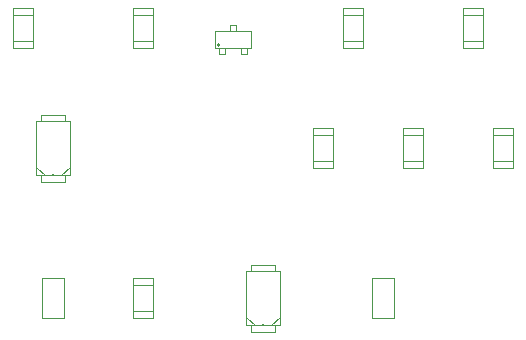
<source format=gbr>
%TF.GenerationSoftware,Altium Limited,Altium Designer,22.0.2 (36)*%
G04 Layer_Color=16711935*
%FSLAX26Y26*%
%MOIN*%
%TF.SameCoordinates,18AA30F0-C86B-41F5-80B4-D111BAE5B25F*%
%TF.FilePolarity,Positive*%
%TF.FileFunction,Other,Mechanical_13*%
%TF.Part,Single*%
G01*
G75*
%TA.AperFunction,NonConductor*%
%ADD21C,0.000000*%
%ADD22C,0.001000*%
%ADD23C,0.003937*%
D21*
X5356000Y2344500D02*
G03*
X5356000Y2344500I-5000J0D01*
G01*
X4803000Y1911000D02*
G03*
X4803000Y1911000I-3000J0D01*
G01*
X5503000Y1411000D02*
G03*
X5503000Y1411000I-3000J0D01*
G01*
D22*
X4665552Y2334000D02*
X4734448D01*
X4665552D02*
Y2466000D01*
X4734448D01*
Y2334000D02*
Y2466000D01*
X4665552Y2444000D02*
Y2466000D01*
X4734448D01*
Y2444000D02*
Y2466000D01*
X4665552Y2444000D02*
X4734448D01*
Y2334000D02*
Y2356000D01*
X4665552Y2334000D02*
X4734448D01*
X4665552D02*
Y2356000D01*
X4734448D01*
X5341000Y2334500D02*
Y2389500D01*
X5459000D01*
Y2334500D02*
Y2389500D01*
X5341000Y2334500D02*
X5459000D01*
X5390000Y2389500D02*
Y2411000D01*
X5410000D01*
Y2389500D02*
Y2411000D01*
X5390000Y2389500D02*
X5410000D01*
X5446024Y2313000D02*
Y2334500D01*
X5426024Y2313000D02*
X5446024D01*
X5426024D02*
Y2334500D01*
X5446024D01*
X5373976Y2313000D02*
Y2334500D01*
X5353976Y2313000D02*
X5373976D01*
X5353976D02*
Y2334500D01*
X5373976D01*
X4761000Y1911000D02*
X4839000D01*
X4761000Y1888000D02*
Y1911000D01*
Y1888000D02*
X4839000D01*
Y1911000D01*
X4761000Y2089000D02*
X4839000D01*
Y2112000D01*
X4761000D02*
X4839000D01*
X4761000Y2089000D02*
Y2112000D01*
X4744500Y1938750D02*
X4772250Y1911000D01*
X4827750D02*
X4855500Y1938750D01*
Y1911000D02*
Y2089000D01*
X4744500D02*
X4855500D01*
X4744500Y1911000D02*
Y2089000D01*
Y1911000D02*
X4855500D01*
X5065552Y2334000D02*
X5134448D01*
X5065552D02*
Y2466000D01*
X5134448D01*
Y2334000D02*
Y2466000D01*
X5065552Y2444000D02*
Y2466000D01*
X5134448D01*
Y2444000D02*
Y2466000D01*
X5065552Y2444000D02*
X5134448D01*
Y2334000D02*
Y2356000D01*
X5065552Y2334000D02*
X5134448D01*
X5065552D02*
Y2356000D01*
X5134448D01*
X6165552Y2334000D02*
X6234448D01*
X6165552D02*
Y2466000D01*
X6234448D01*
Y2334000D02*
Y2466000D01*
X6165552Y2444000D02*
Y2466000D01*
X6234448D01*
Y2444000D02*
Y2466000D01*
X6165552Y2444000D02*
X6234448D01*
Y2334000D02*
Y2356000D01*
X6165552Y2334000D02*
X6234448D01*
X6165552D02*
Y2356000D01*
X6234448D01*
X5765552Y2334000D02*
X5834448D01*
X5765552D02*
Y2466000D01*
X5834448D01*
Y2334000D02*
Y2466000D01*
X5765552Y2444000D02*
Y2466000D01*
X5834448D01*
Y2444000D02*
Y2466000D01*
X5765552Y2444000D02*
X5834448D01*
Y2334000D02*
Y2356000D01*
X5765552Y2334000D02*
X5834448D01*
X5765552D02*
Y2356000D01*
X5834448D01*
X6265552Y1934000D02*
X6334448D01*
X6265552D02*
Y2066000D01*
X6334448D01*
Y1934000D02*
Y2066000D01*
X6265552Y2044000D02*
Y2066000D01*
X6334448D01*
Y2044000D02*
Y2066000D01*
X6265552Y2044000D02*
X6334448D01*
Y1934000D02*
Y1956000D01*
X6265552Y1934000D02*
X6334448D01*
X6265552D02*
Y1956000D01*
X6334448D01*
X5965552Y1934000D02*
X6034448D01*
X5965552D02*
Y2066000D01*
X6034448D01*
Y1934000D02*
Y2066000D01*
X5965552Y2044000D02*
Y2066000D01*
X6034448D01*
Y2044000D02*
Y2066000D01*
X5965552Y2044000D02*
X6034448D01*
Y1934000D02*
Y1956000D01*
X5965552Y1934000D02*
X6034448D01*
X5965552D02*
Y1956000D01*
X6034448D01*
X5665552Y1934000D02*
X5734448D01*
X5665552D02*
Y2066000D01*
X5734448D01*
Y1934000D02*
Y2066000D01*
X5665552Y2044000D02*
Y2066000D01*
X5734448D01*
Y2044000D02*
Y2066000D01*
X5665552Y2044000D02*
X5734448D01*
Y1934000D02*
Y1956000D01*
X5665552Y1934000D02*
X5734448D01*
X5665552D02*
Y1956000D01*
X5734448D01*
X5461000Y1411000D02*
X5539000D01*
X5461000Y1388000D02*
Y1411000D01*
Y1388000D02*
X5539000D01*
Y1411000D01*
X5461000Y1589000D02*
X5539000D01*
Y1612000D01*
X5461000D02*
X5539000D01*
X5461000Y1589000D02*
Y1612000D01*
X5444500Y1438750D02*
X5472250Y1411000D01*
X5527750D02*
X5555500Y1438750D01*
Y1411000D02*
Y1589000D01*
X5444500D02*
X5555500D01*
X5444500Y1411000D02*
Y1589000D01*
Y1411000D02*
X5555500D01*
X5065552Y1434000D02*
X5134448D01*
X5065552D02*
Y1566000D01*
X5134448D01*
Y1434000D02*
Y1566000D01*
X5065552Y1544000D02*
Y1566000D01*
X5134448D01*
Y1544000D02*
Y1566000D01*
X5065552Y1544000D02*
X5134448D01*
Y1434000D02*
Y1456000D01*
X5065552Y1434000D02*
X5134448D01*
X5065552D02*
Y1456000D01*
X5134448D01*
D23*
X4835434Y1433070D02*
Y1566930D01*
X4764566Y1433070D02*
Y1566930D01*
X4835434D01*
X4764566Y1433070D02*
X4835434D01*
X5935434D02*
Y1566930D01*
X5864566Y1433070D02*
Y1566930D01*
X5935434D01*
X5864566Y1433070D02*
X5935434D01*
%TF.MD5,28943e902ff4f31782769741c08c978c*%
M02*

</source>
